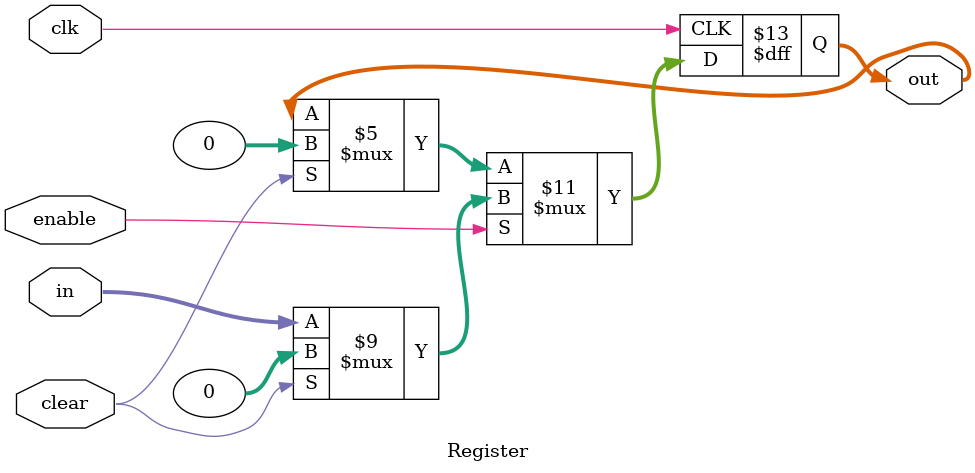
<source format=v>
`timescale 1ns / 1ps


module Register(
clk,clear,in,out,enable
    );
    input clk,clear,enable;
    input [31:0]in;
    output reg [31:0]out;
    
    initial begin
    out<=32'b0;
    end
    
    always @(posedge clk)
    begin
        if(enable==1)
        begin
            if(clear)
            begin
                out<=32'b0;
            end
            else
            begin
                out<=in;
            end
        end
        else
        begin
            if(clear)
            begin
                out<=32'b0;
            end
            else
            begin
                out<=out;
            end
        end
    end
endmodule

</source>
